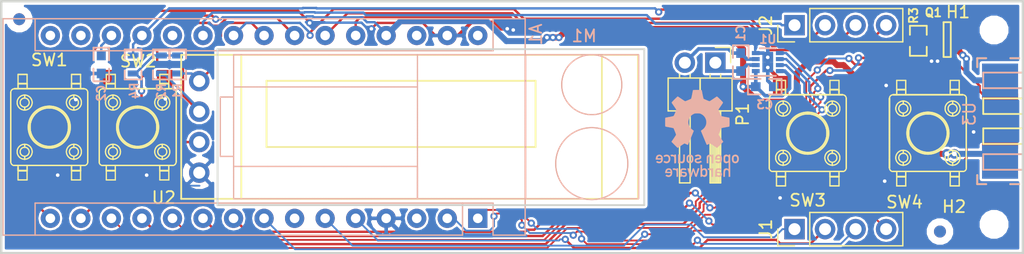
<source format=kicad_pcb>
(kicad_pcb (version 20170123) (host pcbnew no-vcs-found)
  (title_block (title "3Dsimo Kit") (date 2018-05-16) (rev 101A))
  (layers (0 F.Cu signal hide) (31 B.Cu signal hide) (34 B.Paste user hide) (35 F.Paste user hide) (36 B.SilkS user hide) (37 F.SilkS user hide) (38 B.Mask user) (39 F.Mask user hide) (44 Edge.Cuts user))
  (net 0 "")
  (net 1 VCC)
  (net 2 "Net-(A1-Pad24)")
  (net 3 "Net-(A1-Pad23)")
  (net 4 /NTC)
  (net 5 GND)
  (net 6 /PWR_OUTPUT)
  (net 7 "Net-(C1-Pad1)")
  (net 8 "Net-(C1-Pad2)")
  (net 9 "Net-(A1-Pad18)")
  (net 10 "Net-(Q1-Pad3)")
  (net 11 "Net-(A1-Pad20)")
  (net 12 "Net-(A1-Pad21)")
  (net 13 "Net-(A1-Pad22)")
  (net 14 "Net-(A1-Pad25)")
  (net 15 "Net-(A1-Pad26)")
  (net 16 "Net-(A1-Pad2)")
  (net 17 "Net-(A1-Pad1)")
  (net 18 "Net-(A1-Pad5)")
  (net 19 "Net-(A1-Pad6)")
  (net 20 "Net-(A1-Pad7)")
  (net 21 "Net-(A1-Pad17)")
  (net 22 "Net-(A1-Pad3)")
  (net 23 /BTN_DOWN)
  (net 24 /BTN_UP)
  (net 25 /BTN_REVERSE)
  (net 26 /BTN_EXTRUSION)
  (net 27 "Net-(A1-Pad28)")
  (net 28 /MOTOR_PWM)
  (net 29 /MOTOR_DIR)
  (net 30 "Net-(A1-Pad30)")
  (net 31 /MOTOR_SLEEP)
  (net 32 "Net-(A1-Pad16)")
  (module Logo:OpenHW_6_9x7_3mm (layer B.Cu) (at 123.55 61.2 180)
    (fp_text reference X1 hide)
    (fp_text value OSHW hide)
  )
  (module Pin_Headers:Pin_Header_Angled_1x02_Pitch2.54mm (layer F.Cu) (at 125.04 55.3 270)
    (fp_text reference P1 (at 4.315 -2.27 270) (layer F.SilkS))
    (fp_text value "PinHeader 2.54mm")
    (pad 2 thru_hole oval (at 0 2.54 270) (size 1.7 1.7) (drill 1) (layers *.Cu *.Mask) (net 7 "Net-(C1-Pad1)"))
    (pad 1 thru_hole rect (at 0 0 270) (size 1.7 1.7) (drill 1) (layers *.Cu *.Mask) (net 8 "Net-(C1-Pad2)"))
  )
  (module Modules:Arduino_Nano (layer B.Cu) (at 105.275 68.275 90)
    (fp_text reference A1 (at 15.325 4.825 90) (layer B.SilkS) (effects (justify mirror)))
    (fp_text value Arduino_Nano_v3.x)
    (pad 16 thru_hole oval (at 15.24 -35.56 90) (size 1.6 1.6) (drill 0.8) (layers *.Cu *.Mask) (net 32 "Net-(A1-Pad16)"))
    (pad 15 thru_hole oval (at 0 -35.56 90) (size 1.6 1.6) (drill 0.8) (layers *.Cu *.Mask) (net 23 /BTN_DOWN))
    (pad 30 thru_hole oval (at 15.24 0 90) (size 1.6 1.6) (drill 0.8) (layers *.Cu *.Mask) (net 30 "Net-(A1-Pad30)"))
    (pad 14 thru_hole oval (at 0 -33.02 90) (size 1.6 1.6) (drill 0.8) (layers *.Cu *.Mask) (net 24 /BTN_UP))
    (pad 29 thru_hole oval (at 15.24 -2.54 90) (size 1.6 1.6) (drill 0.8) (layers *.Cu *.Mask) (net 5 GND))
    (pad 13 thru_hole oval (at 0 -30.48 90) (size 1.6 1.6) (drill 0.8) (layers *.Cu *.Mask) (net 28 /MOTOR_PWM))
    (pad 28 thru_hole oval (at 15.24 -5.08 90) (size 1.6 1.6) (drill 0.8) (layers *.Cu *.Mask) (net 27 "Net-(A1-Pad28)"))
    (pad 12 thru_hole oval (at 0 -27.94 90) (size 1.6 1.6) (drill 0.8) (layers *.Cu *.Mask) (net 6 /PWR_OUTPUT))
    (pad 27 thru_hole oval (at 15.24 -7.62 90) (size 1.6 1.6) (drill 0.8) (layers *.Cu *.Mask) (net 1 VCC))
    (pad 11 thru_hole oval (at 0 -25.4 90) (size 1.6 1.6) (drill 0.8) (layers *.Cu *.Mask) (net 26 /BTN_EXTRUSION))
    (pad 26 thru_hole oval (at 15.24 -10.16 90) (size 1.6 1.6) (drill 0.8) (layers *.Cu *.Mask) (net 15 "Net-(A1-Pad26)"))
    (pad 10 thru_hole oval (at 0 -22.86 90) (size 1.6 1.6) (drill 0.8) (layers *.Cu *.Mask) (net 25 /BTN_REVERSE))
    (pad 25 thru_hole oval (at 15.24 -12.7 90) (size 1.6 1.6) (drill 0.8) (layers *.Cu *.Mask) (net 14 "Net-(A1-Pad25)"))
    (pad 9 thru_hole oval (at 0 -20.32 90) (size 1.6 1.6) (drill 0.8) (layers *.Cu *.Mask) (net 29 /MOTOR_DIR))
    (pad 24 thru_hole oval (at 15.24 -15.24 90) (size 1.6 1.6) (drill 0.8) (layers *.Cu *.Mask) (net 2 "Net-(A1-Pad24)"))
    (pad 8 thru_hole oval (at 0 -17.78 90) (size 1.6 1.6) (drill 0.8) (layers *.Cu *.Mask) (net 31 /MOTOR_SLEEP))
    (pad 23 thru_hole oval (at 15.24 -17.78 90) (size 1.6 1.6) (drill 0.8) (layers *.Cu *.Mask) (net 3 "Net-(A1-Pad23)"))
    (pad 7 thru_hole oval (at 0 -15.24 90) (size 1.6 1.6) (drill 0.8) (layers *.Cu *.Mask) (net 20 "Net-(A1-Pad7)"))
    (pad 22 thru_hole oval (at 15.24 -20.32 90) (size 1.6 1.6) (drill 0.8) (layers *.Cu *.Mask) (net 13 "Net-(A1-Pad22)"))
    (pad 6 thru_hole oval (at 0 -12.7 90) (size 1.6 1.6) (drill 0.8) (layers *.Cu *.Mask) (net 19 "Net-(A1-Pad6)"))
    (pad 21 thru_hole oval (at 15.24 -22.86 90) (size 1.6 1.6) (drill 0.8) (layers *.Cu *.Mask) (net 12 "Net-(A1-Pad21)"))
    (pad 5 thru_hole oval (at 0 -10.16 90) (size 1.6 1.6) (drill 0.8) (layers *.Cu *.Mask) (net 18 "Net-(A1-Pad5)"))
    (pad 20 thru_hole oval (at 15.24 -25.4 90) (size 1.6 1.6) (drill 0.8) (layers *.Cu *.Mask) (net 11 "Net-(A1-Pad20)"))
    (pad 4 thru_hole oval (at 0 -7.62 90) (size 1.6 1.6) (drill 0.8) (layers *.Cu *.Mask) (net 5 GND))
    (pad 19 thru_hole oval (at 15.24 -27.94 90) (size 1.6 1.6) (drill 0.8) (layers *.Cu *.Mask) (net 4 /NTC))
    (pad 3 thru_hole oval (at 0 -5.08 90) (size 1.6 1.6) (drill 0.8) (layers *.Cu *.Mask) (net 22 "Net-(A1-Pad3)"))
    (pad 18 thru_hole oval (at 15.24 -30.48 90) (size 1.6 1.6) (drill 0.8) (layers *.Cu *.Mask) (net 9 "Net-(A1-Pad18)"))
    (pad 2 thru_hole oval (at 0 -2.54 90) (size 1.6 1.6) (drill 0.8) (layers *.Cu *.Mask) (net 16 "Net-(A1-Pad2)"))
    (pad 17 thru_hole oval (at 15.24 -33.02 90) (size 1.6 1.6) (drill 0.8) (layers *.Cu *.Mask) (net 21 "Net-(A1-Pad17)"))
    (pad 1 thru_hole rect (at 0 0 90) (size 1.6 1.6) (drill 0.8) (layers *.Cu *.Mask) (net 17 "Net-(A1-Pad1)"))
  )
  (module passive:C_0603 (layer B.Cu) (at 129.15 57.3)
    (fp_text reference C3 (at 0 1.5) (layer B.SilkS) (effects (font (size 0.7 0.7)) (justify mirror)))
    (fp_text value 1u/6.3V)
    (pad 1 smd rect (at -0.75 0) (size 0.8 0.75) (layers B.Cu B.Paste B.Mask) (net 1 VCC))
    (pad 2 smd rect (at 0.75 0) (size 0.8 0.75) (layers B.Cu B.Paste B.Mask) (net 5 GND))
  )
  (module Fiducials:AssemblyMark_1.0mm (layer F.Cu) (at 67.125 51.675)
    (fp_text reference J4)
    (fp_text value FiducialMark hide)
    (pad 1 smd circle (at 0 0) (size 1 1) (layers F.Cu F.Mask))
  )
  (module Fiducials:AssemblyMark_1.0mm (layer F.Cu) (at 143.725 69.375)
    (fp_text reference J5)
    (fp_text value FiducialMark hide)
    (pad 1 smd circle (at 0 0) (size 1 1) (layers F.Cu F.Mask))
  )
  (module Fiducials:AssemblyMark_1.0mm (layer B.Cu) (at 67.125 51.675)
    (fp_text reference J6 hide)
    (fp_text value FiducialMark hide)
    (pad 1 smd circle (at 0 0) (size 1 1) (layers B.Cu B.Mask) (clearance 0.6))
  )
  (module Fiducials:AssemblyMark_1.0mm (layer B.Cu) (at 143.725 69.375)
    (fp_text reference J3 hide)
    (fp_text value FiducialMark hide)
    (pad 1 smd circle (at 0 0) (size 1 1) (layers B.Cu B.Mask) (clearance 0.6))
  )
  (module Mounting_Holes:MountingHole_2.0mm (layer F.Cu) (at 148.225 68.775)
    (fp_text reference H2 (at -3.325 -1.475) (layer F.SilkS))
    (fp_text value HOLE)
    (pad "" np_thru_hole circle (at 0 0) (size 2 2) (drill 2) (layers *.Cu *.Mask))
  )
  (module Mounting_Holes:MountingHole_2.0mm (layer F.Cu) (at 148.225 52.575)
    (fp_text reference H1 (at -3 -1.5) (layer F.SilkS))
    (fp_text value HOLE)
    (pad "" np_thru_hole circle (at 0 0) (size 2 2) (drill 2) (layers *.Cu *.Mask))
  )
  (module Pin_Headers:Pin_Header_Straight_1x04_Pitch2.54mm (layer F.Cu) (at 131.625 69.175 90)
    (fp_text reference J1 (at 0 -2.39 90) (layer F.SilkS))
    (fp_text value CONN_01X04)
    (pad 4 thru_hole oval (at 0 7.62 90) (size 1.7 1.7) (drill 1) (layers *.Cu *.Mask) (net 16 "Net-(A1-Pad2)"))
    (pad 3 thru_hole oval (at 0 5.08 90) (size 1.7 1.7) (drill 1) (layers *.Cu *.Mask) (net 17 "Net-(A1-Pad1)"))
    (pad 2 thru_hole oval (at 0 2.54 90) (size 1.7 1.7) (drill 1) (layers *.Cu *.Mask) (net 18 "Net-(A1-Pad5)"))
    (pad 1 thru_hole rect (at 0 0 90) (size 1.7 1.7) (drill 1) (layers *.Cu *.Mask) (net 19 "Net-(A1-Pad6)"))
  )
  (module Pin_Headers:Pin_Header_Straight_1x04_Pitch2.54mm (layer F.Cu) (at 131.625 52.175 90)
    (fp_text reference J2 (at 0 -2.39 90) (layer F.SilkS))
    (fp_text value CONN_01X04)
    (pad 1 thru_hole rect (at 0 0 90) (size 1.7 1.7) (drill 1) (layers *.Cu *.Mask) (net 12 "Net-(A1-Pad21)"))
    (pad 2 thru_hole oval (at 0 2.54 90) (size 1.7 1.7) (drill 1) (layers *.Cu *.Mask) (net 13 "Net-(A1-Pad22)"))
    (pad 3 thru_hole oval (at 0 5.08 90) (size 1.7 1.7) (drill 1) (layers *.Cu *.Mask) (net 14 "Net-(A1-Pad25)"))
    (pad 4 thru_hole oval (at 0 7.62 90) (size 1.7 1.7) (drill 1) (layers *.Cu *.Mask) (net 15 "Net-(A1-Pad26)"))
  )
  (module others:MotorWithTransmission (layer B.Cu) (at 101.275 60.675 90)
    (fp_text reference M1 (at 7.6 12.85 180) (layer B.SilkS) (effects (justify mirror)))
    (fp_text value Motor)
  )
  (module Displays:OLED_MODULE_128x32_IIC (layer F.Cu) (at 98.6 60.65)
    (fp_text reference U2 (at -19.45 5.9) (layer F.SilkS))
    (fp_text value OLED_128x32_MODULE)
    (pad 4 thru_hole circle (at -16.5 3.82) (size 1.7 1.7) (drill 1) (layers *.Cu *.Mask) (net 5 GND))
    (pad 3 thru_hole circle (at -16.5 1.27) (size 1.7 1.7) (drill 1) (layers *.Cu *.Mask) (net 1 VCC))
    (pad 2 thru_hole circle (at -16.5 -1.27) (size 1.7 1.7) (drill 1) (layers *.Cu *.Mask) (net 2 "Net-(A1-Pad24)"))
    (pad 1 thru_hole circle (at -16.5 -3.81) (size 1.7 1.7) (drill 1) (layers *.Cu *.Mask) (net 3 "Net-(A1-Pad23)"))
  )
  (module Buttons_Switches_SMD:TACTM-64N-F (layer F.Cu) (at 142.725 61.175)
    (fp_text reference SW4 (at -1.95 5.75) (layer F.SilkS))
    (fp_text value TACTM-64N-F)
    (pad 2 smd rect (at 2.25 4 90) (size 1.55 1.3) (layers F.Cu F.Paste F.Mask) (net 26 /BTN_EXTRUSION))
    (pad 1 smd rect (at -2.25 4 90) (size 1.55 1.3) (layers F.Cu F.Paste F.Mask) (net 5 GND))
    (pad 2 smd rect (at 2.25 -4 90) (size 1.55 1.3) (layers F.Cu F.Paste F.Mask) (net 26 /BTN_EXTRUSION))
    (pad 1 smd rect (at -2.25 -4 90) (size 1.55 1.3) (layers F.Cu F.Paste F.Mask) (net 5 GND))
  )
  (module Buttons_Switches_SMD:TACTM-64N-F (layer F.Cu) (at 132.725 61.175)
    (fp_text reference SW3 (at 0 5.6) (layer F.SilkS))
    (fp_text value TACTM-64N-F)
    (pad 2 smd rect (at 2.25 4 90) (size 1.55 1.3) (layers F.Cu F.Paste F.Mask) (net 25 /BTN_REVERSE))
    (pad 1 smd rect (at -2.25 4 90) (size 1.55 1.3) (layers F.Cu F.Paste F.Mask) (net 5 GND))
    (pad 2 smd rect (at 2.25 -4 90) (size 1.55 1.3) (layers F.Cu F.Paste F.Mask) (net 25 /BTN_REVERSE))
    (pad 1 smd rect (at -2.25 -4 90) (size 1.55 1.3) (layers F.Cu F.Paste F.Mask) (net 5 GND))
  )
  (module Buttons_Switches_SMD:TACTM-64N-F (layer F.Cu) (at 76.975 60.675 180)
    (fp_text reference SW2 (at -0.05 5.5 180) (layer F.SilkS))
    (fp_text value TACTM-64N-F)
    (pad 2 smd rect (at 2.25 4 270) (size 1.55 1.3) (layers F.Cu F.Paste F.Mask) (net 24 /BTN_UP))
    (pad 1 smd rect (at -2.25 4 270) (size 1.55 1.3) (layers F.Cu F.Paste F.Mask) (net 5 GND))
    (pad 2 smd rect (at 2.25 -4 270) (size 1.55 1.3) (layers F.Cu F.Paste F.Mask) (net 24 /BTN_UP))
    (pad 1 smd rect (at -2.25 -4 270) (size 1.55 1.3) (layers F.Cu F.Paste F.Mask) (net 5 GND))
  )
  (module Buttons_Switches_SMD:TACTM-64N-F (layer F.Cu) (at 69.625 60.675 180)
    (fp_text reference SW1 (at 0 5.6 180) (layer F.SilkS))
    (fp_text value TACTM-64N-F)
    (pad 2 smd rect (at 2.25 4 270) (size 1.55 1.3) (layers F.Cu F.Paste F.Mask) (net 23 /BTN_DOWN))
    (pad 1 smd rect (at -2.25 4 270) (size 1.55 1.3) (layers F.Cu F.Paste F.Mask) (net 5 GND))
    (pad 2 smd rect (at 2.25 -4 270) (size 1.55 1.3) (layers F.Cu F.Paste F.Mask) (net 23 /BTN_DOWN))
    (pad 1 smd rect (at -2.25 -4 270) (size 1.55 1.3) (layers F.Cu F.Paste F.Mask) (net 5 GND))
  )
  (module Housings_DFN_QFN:VDFN-8-1EP_2x2mm_Pitch0.5mm (layer B.Cu) (at 129.4 55.25)
    (fp_text reference U1 (at 0 -1.9) (layer B.SilkS) (effects (font (size 0.7 0.7)) (justify mirror)))
    (fp_text value DRV8837)
    (pad 9 smd rect (at 0 0.425) (size 0.9 0.85) (layers B.Cu B.Paste B.Mask) (net 5 GND))
    (pad 9 smd rect (at 0 -0.425) (size 0.9 0.85) (layers B.Cu B.Paste B.Mask) (net 5 GND))
    (pad 8 smd rect (at 1 0.75) (size 0.65 0.35) (layers B.Cu B.Paste B.Mask) (net 1 VCC))
    (pad 7 smd rect (at 1 0.25) (size 0.65 0.35) (layers B.Cu B.Paste B.Mask) (net 31 /MOTOR_SLEEP))
    (pad 6 smd rect (at 1 -0.25) (size 0.65 0.35) (layers B.Cu B.Paste B.Mask) (net 29 /MOTOR_DIR))
    (pad 5 smd rect (at 1 -0.75) (size 0.65 0.35) (layers B.Cu B.Paste B.Mask) (net 28 /MOTOR_PWM))
    (pad 4 smd rect (at -1 -0.75) (size 0.65 0.35) (layers B.Cu B.Paste B.Mask) (net 5 GND))
    (pad 3 smd rect (at -1 -0.25) (size 0.65 0.35) (layers B.Cu B.Paste B.Mask) (net 7 "Net-(C1-Pad1)"))
    (pad 2 smd rect (at -1 0.25) (size 0.65 0.35) (layers B.Cu B.Paste B.Mask) (net 8 "Net-(C1-Pad2)"))
    (pad 1 smd rect (at -1 0.75) (size 0.65 0.35) (layers B.Cu B.Paste B.Mask) (net 1 VCC))
  )
  (module TO_SOT_Packages_SMD:SOT-23 (layer F.Cu) (at 144.325 53.375 270)
    (fp_text reference Q1 (at -2.25 1.15 180) (layer F.SilkS) (effects (font (size 0.7 0.7))))
    (fp_text value IRLML0030)
    (pad 3 smd rect (at 0 -1 270) (size 0.8 0.9) (layers F.Cu F.Paste F.Mask) (net 10 "Net-(Q1-Pad3)"))
    (pad 2 smd rect (at 0.95 1 270) (size 0.8 0.9) (layers F.Cu F.Paste F.Mask) (net 5 GND))
    (pad 1 smd rect (at -0.95 1 270) (size 0.8 0.9) (layers F.Cu F.Paste F.Mask) (net 6 /PWR_OUTPUT))
  )
  (module others:HOLDER_TIP_NTC_CN (layer B.Cu) (at 148.3 60.875)
    (fp_text reference U3 (at -2.125 -1.3 -90) (layer B.SilkS) (effects (justify mirror)))
    (fp_text value TIP_with_NTC)
    (pad 3 smd rect (at 0.425 -1.95) (size 3 2.1) (layers F.Cu F.Mask) (net 4 /NTC))
    (pad 2 smd rect (at 0.425 0.55) (size 3 2.1) (layers F.Cu F.Mask) (net 5 GND))
    (pad 4 smd rect (at 0.425 -4.1) (size 3 2.8) (layers B.Cu B.Mask) (net 10 "Net-(Q1-Pad3)"))
    (pad 1 smd rect (at 0.425 2.7) (size 3 2.8) (layers B.Cu B.Mask) (net 1 VCC))
  )
  (module passive:C_0603 (layer B.Cu) (at 73.95 55.45 90)
    (fp_text reference C2 (at -2.4 0 90) (layer B.SilkS) (effects (font (size 0.7 0.7)) (justify mirror)))
    (fp_text value C-100n/50V)
    (pad 2 smd rect (at 0.75 0 90) (size 0.8 0.75) (layers B.Cu B.Paste B.Mask) (net 9 "Net-(A1-Pad18)"))
    (pad 1 smd rect (at -0.75 0 90) (size 0.8 0.75) (layers B.Cu B.Paste B.Mask) (net 5 GND))
  )
  (module passive:C_0603 (layer B.Cu) (at 127.15 55.25 270)
    (fp_text reference C1 (at -2.4 0 270) (layer B.SilkS) (effects (font (size 0.7 0.7)) (justify mirror)))
    (fp_text value C-100n/50V)
    (pad 2 smd rect (at 0.75 0 270) (size 0.8 0.75) (layers B.Cu B.Paste B.Mask) (net 8 "Net-(C1-Pad2)"))
    (pad 1 smd rect (at -0.75 0 270) (size 0.8 0.75) (layers B.Cu B.Paste B.Mask) (net 7 "Net-(C1-Pad1)"))
  )
  (module passive:R_0603 (layer F.Cu) (at 141.925 53.475 270)
    (fp_text reference R3 (at -2.1 0.4 270) (layer F.SilkS) (effects (font (size 0.7 0.7))))
    (fp_text value 100k)
    (pad 2 smd rect (at 0.75 0 270) (size 0.5 0.9) (layers F.Cu F.Paste F.Mask) (net 5 GND))
    (pad 1 smd rect (at -0.75 0 270) (size 0.5 0.9) (layers F.Cu F.Paste F.Mask) (net 6 /PWR_OUTPUT))
  )
  (module passive:R_0603 (layer B.Cu) (at 76.6 55.45 90)
    (fp_text reference R4 (at -2.2 0.1 90) (layer B.SilkS) (effects (font (size 0.7 0.7)) (justify mirror)))
    (fp_text value 100R)
    (pad 2 smd rect (at 0.75 0 90) (size 0.5 0.9) (layers B.Cu B.Paste B.Mask) (net 4 /NTC))
    (pad 1 smd rect (at -0.75 0 90) (size 0.5 0.9) (layers B.Cu B.Paste B.Mask) (net 1 VCC))
  )
  (module passive:R_0603 (layer B.Cu) (at 80.3 55.45 270)
    (fp_text reference R1 (at 2.25 0 270) (layer B.SilkS) (effects (font (size 0.7 0.7)) (justify mirror)))
    (fp_text value 4.7k)
    (pad 2 smd rect (at 0.75 0 270) (size 0.5 0.9) (layers B.Cu B.Paste B.Mask) (net 3 "Net-(A1-Pad23)"))
    (pad 1 smd rect (at -0.75 0 270) (size 0.5 0.9) (layers B.Cu B.Paste B.Mask) (net 1 VCC))
  )
  (module passive:R_0603 (layer B.Cu) (at 78.95 55.45 270)
    (fp_text reference R2 (at 2.25 0 270) (layer B.SilkS) (effects (font (size 0.7 0.7)) (justify mirror)))
    (fp_text value 4.7k)
    (pad 2 smd rect (at 0.75 0 270) (size 0.5 0.9) (layers B.Cu B.Paste B.Mask) (net 2 "Net-(A1-Pad24)"))
    (pad 1 smd rect (at -0.75 0 270) (size 0.5 0.9) (layers B.Cu B.Paste B.Mask) (net 1 VCC))
  )
  (gr_line (start 83.625 67.175) (end 83.625 67.175) (layer Edge.Cuts) (width 0.15))
  (gr_line (start 119.125 67.175) (end 83.625 67.175) (layer Edge.Cuts) (width 0.15))
  (gr_line (start 119.125 54.175) (end 119.125 67.175) (layer Edge.Cuts) (width 0.15))
  (gr_line (start 83.625 54.175) (end 119.125035 54.175) (layer Edge.Cuts) (width 0.15))
  (gr_line (start 83.625 67.175) (end 83.625 54.175) (layer Edge.Cuts) (width 0.15))
  (gr_line (start 65.625 50.175) (end 65.625 71.175) (layer Edge.Cuts) (width 0.2))
  (gr_line (start 150.625 50.175) (end 65.625 50.175) (layer Edge.Cuts) (width 0.2))
  (gr_line (start 150.625 71.175) (end 150.625 50.175) (layer Edge.Cuts) (width 0.2))
  (gr_line (start 65.625 71.175) (end 150.625 71.175) (layer Edge.Cuts) (width 0.2))
  (segment (start 130.4 56) (end 130.811705 56) (width 0.3) (layer B.Cu) (net 1))
  (segment (start 130.811705 56) (end 131.211547 56.399842) (width 0.3) (layer B.Cu) (net 1))
  (segment (start 131.211547 56.399842) (end 131.211547 57.438453) (width 0.3) (layer B.Cu) (net 1))
  (segment (start 131.211547 57.438453) (end 130.6 58.05) (width 0.3) (layer B.Cu) (net 1))
  (segment (start 130.6 58.05) (end 129.175 58.05) (width 0.3) (layer B.Cu) (net 1))
  (segment (start 128.425 57.3) (end 128.4 57.3) (width 0.3) (layer B.Cu) (net 1))
  (segment (start 129.175 58.05) (end 128.425 57.3) (width 0.3) (layer B.Cu) (net 1))
  (segment (start 127.35 57.3) (end 128.6 58.55) (width 0.5) (layer F.Cu) (net 1))
  (segment (start 143.1 62.9) (end 143.734315 62.9) (width 0.5) (layer F.Cu) (net 1))
  (segment (start 128.6 58.55) (end 131.3 58.55) (width 0.5) (layer F.Cu) (net 1))
  (segment (start 131.3 58.55) (end 131.824989 58.025011) (width 0.5) (layer F.Cu) (net 1))
  (segment (start 131.824989 58.025011) (end 131.824989 56.160351) (width 0.5) (layer F.Cu) (net 1))
  (segment (start 131.824989 56.160351) (end 132.78534 55.2) (width 0.5) (layer F.Cu) (net 1))
  (segment (start 132.78534 55.2) (end 134.856299 55.2) (width 0.5) (layer F.Cu) (net 1))
  (segment (start 134.856299 55.2) (end 135.156302 55.500003) (width 0.5) (layer F.Cu) (net 1))
  (segment (start 135.156302 55.500003) (end 135.700004 55.500003) (width 0.5) (layer F.Cu) (net 1))
  (segment (start 135.700004 55.500003) (end 143.1 62.9) (width 0.5) (layer F.Cu) (net 1))
  (segment (start 143.734315 62.9) (end 144.3 62.9) (width 0.5) (layer F.Cu) (net 1))
  (segment (start 112.025 53.19999) (end 112.350001 52.874989) (width 0.5) (layer F.Cu) (net 1))
  (segment (start 112.350001 52.874989) (end 126.047359 52.874989) (width 0.5) (layer F.Cu) (net 1))
  (segment (start 126.047359 52.874989) (end 127.35 54.17763) (width 0.5) (layer F.Cu) (net 1))
  (segment (start 127.35 54.17763) (end 127.35 56.875736) (width 0.5) (layer F.Cu) (net 1))
  (segment (start 127.35 56.875736) (end 127.35 57.3) (width 0.5) (layer F.Cu) (net 1))
  (segment (start 83.470816 51.675021) (end 83.170817 51.375022) (width 0.2) (layer F.Cu) (net 1))
  (segment (start 83.170817 51.375022) (end 79.624978 51.375022) (width 0.2) (layer F.Cu) (net 1))
  (segment (start 79.624978 51.375022) (end 78.6 52.4) (width 0.2) (layer F.Cu) (net 1))
  (segment (start 78.6 52.4) (end 78.6 55.225736) (width 0.2) (layer F.Cu) (net 1))
  (segment (start 78.6 55.225736) (end 77.3 56.525736) (width 0.2) (layer F.Cu) (net 1))
  (segment (start 77.3 56.525736) (end 77.3 57.225736) (width 0.2) (layer F.Cu) (net 1))
  (segment (start 77.3 57.225736) (end 77.3 57.65) (width 0.2) (layer F.Cu) (net 1))
  (segment (start 77.3 57.65) (end 77.3 59.5) (width 0.2) (layer F.Cu) (net 1))
  (segment (start 77.3 59.5) (end 79.72 61.92) (width 0.2) (layer F.Cu) (net 1))
  (segment (start 79.72 61.92) (end 82.1 61.92) (width 0.2) (layer F.Cu) (net 1))
  (segment (start 128.4 57.3) (end 127.35 57.3) (width 0.3) (layer B.Cu) (net 1))
  (via (at 127.35 57.3) (size 0.6) (drill 0.3) (layers F.Cu B.Cu) (net 1))
  (segment (start 128.4 56) (end 128.4 57.3) (width 0.3) (layer B.Cu) (net 1))
  (segment (start 110.725001 53.499989) (end 111.025 53.19999) (width 0.5) (layer B.Cu) (net 1))
  (segment (start 105.984999 51.834999) (end 107.649989 53.499989) (width 0.5) (layer B.Cu) (net 1))
  (segment (start 111.525 53.19999) (end 112.025 53.19999) (width 0.5) (layer F.Cu) (net 1))
  (via (at 111.525 53.19999) (size 0.6) (drill 0.3) (layers F.Cu B.Cu) (net 1))
  (via (at 111.025 53.19999) (size 0.6) (drill 0.3) (layers F.Cu B.Cu) (net 1))
  (via (at 112.025 53.19999) (size 0.6) (drill 0.3) (layers F.Cu B.Cu) (net 1))
  (segment (start 111.025 53.19999) (end 111.525 53.19999) (width 0.5) (layer B.Cu) (net 1))
  (segment (start 98.855001 51.834999) (end 105.984999 51.834999) (width 0.5) (layer B.Cu) (net 1))
  (segment (start 111.025 53.19999) (end 111.525 53.19999) (width 0.5) (layer F.Cu) (net 1))
  (segment (start 97.655 53.035) (end 98.855001 51.834999) (width 0.5) (layer B.Cu) (net 1))
  (segment (start 107.649989 53.499989) (end 110.725001 53.499989) (width 0.5) (layer B.Cu) (net 1))
  (segment (start 77.3 57.225736) (end 77.3 57.65) (width 0.2) (layer B.Cu) (net 1))
  (segment (start 77.3 56.7) (end 77.3 57.225736) (width 0.2) (layer B.Cu) (net 1))
  (via (at 77.3 57.65) (size 0.6) (drill 0.3) (layers F.Cu B.Cu) (net 1))
  (segment (start 76.8 56.2) (end 77.3 56.7) (width 0.2) (layer B.Cu) (net 1))
  (segment (start 76.6 56.2) (end 76.8 56.2) (width 0.2) (layer B.Cu) (net 1))
  (segment (start 78.95 54.7) (end 78.3 54.7) (width 0.2) (layer B.Cu) (net 1))
  (segment (start 78.3 54.7) (end 76.8 56.2) (width 0.2) (layer B.Cu) (net 1))
  (segment (start 80.3 54.7) (end 78.95 54.7) (width 0.2) (layer B.Cu) (net 1))
  (segment (start 91.551697 51.440469) (end 91.023693 51.440469) (width 0.2) (layer B.Cu) (net 1))
  (segment (start 84.048211 51.52189) (end 83.89508 51.675021) (width 0.2) (layer B.Cu) (net 1))
  (segment (start 91.023693 51.440469) (end 90.942272 51.52189) (width 0.2) (layer B.Cu) (net 1))
  (segment (start 96.053991 51.924999) (end 95.650882 51.52189) (width 0.2) (layer B.Cu) (net 1))
  (segment (start 97.655 53.035) (end 97.655 52.890998) (width 0.2) (layer B.Cu) (net 1))
  (segment (start 96.689001 51.924999) (end 96.053991 51.924999) (width 0.2) (layer B.Cu) (net 1))
  (segment (start 97.655 52.890998) (end 96.689001 51.924999) (width 0.2) (layer B.Cu) (net 1))
  (segment (start 95.650882 51.52189) (end 91.633118 51.52189) (width 0.2) (layer B.Cu) (net 1))
  (segment (start 90.942272 51.52189) (end 84.048211 51.52189) (width 0.2) (layer B.Cu) (net 1))
  (segment (start 83.89508 51.675021) (end 83.470816 51.675021) (width 0.2) (layer B.Cu) (net 1))
  (segment (start 91.633118 51.52189) (end 91.551697 51.440469) (width 0.2) (layer B.Cu) (net 1))
  (via (at 83.470816 51.675021) (size 0.6) (drill 0.3) (layers F.Cu B.Cu) (net 1))
  (segment (start 144.3 62.9) (end 144.925 62.9) (width 0.5) (layer F.Cu) (net 1))
  (segment (start 144.925 62.9) (end 144.3 62.9) (width 0.5) (layer B.Cu) (net 1))
  (via (at 144.3 62.9) (size 0.8) (drill 0.4) (layers F.Cu B.Cu) (net 1))
  (segment (start 144.925 62.9) (end 148.05 62.9) (width 0.5) (layer B.Cu) (net 1))
  (segment (start 148.05 62.9) (end 148.725 63.575) (width 0.5) (layer B.Cu) (net 1))
  (via (at 144.925 62.9) (size 0.8) (drill 0.4) (layers F.Cu B.Cu) (net 1))
  (segment (start 90.035 53.035) (end 88.575 51.575) (width 0.2) (layer F.Cu) (net 2))
  (segment (start 88.575 51.575) (end 84.384839 51.575) (width 0.2) (layer F.Cu) (net 2))
  (segment (start 84.384839 51.575) (end 83.734817 52.225022) (width 0.2) (layer F.Cu) (net 2))
  (segment (start 83.734817 52.225022) (end 83.206815 52.225022) (width 0.2) (layer F.Cu) (net 2))
  (segment (start 83.206815 52.225022) (end 82.966792 51.984999) (width 0.2) (layer F.Cu) (net 2))
  (segment (start 81.765001 51.984999) (end 81.15 52.6) (width 0.2) (layer F.Cu) (net 2))
  (segment (start 82.966792 51.984999) (end 81.765001 51.984999) (width 0.2) (layer F.Cu) (net 2))
  (segment (start 81.15 52.6) (end 81.15 55.25) (width 0.2) (layer F.Cu) (net 2))
  (segment (start 78.95 56.2) (end 79.15 56.2) (width 0.2) (layer B.Cu) (net 2))
  (segment (start 79.15 56.2) (end 82.1 59.15) (width 0.2) (layer B.Cu) (net 2))
  (segment (start 82.1 59.15) (end 82.1 59.38) (width 0.2) (layer B.Cu) (net 2))
  (segment (start 81.15 55.25) (end 80.75 55.65) (width 0.2) (layer F.Cu) (net 2))
  (segment (start 80.75 55.65) (end 80.75 58.03) (width 0.2) (layer F.Cu) (net 2))
  (segment (start 80.75 58.03) (end 82.1 59.38) (width 0.2) (layer F.Cu) (net 2))
  (segment (start 87.495 53.035) (end 86.444999 51.984999) (width 0.2) (layer F.Cu) (net 3))
  (segment (start 86.444999 51.984999) (end 84.46983 51.984999) (width 0.2) (layer F.Cu) (net 3))
  (segment (start 84.46983 51.984999) (end 83.904999 52.54983) (width 0.2) (layer F.Cu) (net 3))
  (segment (start 83.904999 52.54983) (end 83.904999 53.095001) (width 0.2) (layer F.Cu) (net 3))
  (segment (start 83.904999 53.095001) (end 82.949999 54.050001) (width 0.2) (layer F.Cu) (net 3))
  (segment (start 82.949999 55.990001) (end 82.1 56.84) (width 0.2) (layer F.Cu) (net 3))
  (segment (start 82.949999 54.050001) (end 82.949999 55.990001) (width 0.2) (layer F.Cu) (net 3))
  (segment (start 80.3 56.2) (end 81.46 56.2) (width 0.2) (layer B.Cu) (net 3))
  (segment (start 81.46 56.2) (end 82.1 56.84) (width 0.2) (layer B.Cu) (net 3))
  (segment (start 76.6 54.7) (end 76.6 53.77) (width 0.2) (layer B.Cu) (net 4))
  (segment (start 76.6 53.77) (end 77.335 53.035) (width 0.2) (layer B.Cu) (net 4))
  (segment (start 120.325 51.075) (end 120.525 50.875) (width 0.2) (layer F.Cu) (net 4))
  (segment (start 147.025 57.675) (end 148.275 58.925) (width 0.2) (layer F.Cu) (net 4))
  (segment (start 120.525 50.875) (end 143.475 50.875) (width 0.2) (layer F.Cu) (net 4))
  (segment (start 143.475 50.875) (end 144.425 51.825) (width 0.2) (layer F.Cu) (net 4))
  (segment (start 144.425 51.825) (end 144.425 54.625) (width 0.2) (layer F.Cu) (net 4))
  (segment (start 144.425 54.625) (end 147.025 57.225) (width 0.2) (layer F.Cu) (net 4))
  (segment (start 147.025 57.225) (end 147.025 57.675) (width 0.2) (layer F.Cu) (net 4))
  (segment (start 148.275 58.925) (end 148.725 58.925) (width 0.2) (layer F.Cu) (net 4))
  (segment (start 90.733735 50.740447) (end 91.841656 50.740448) (width 0.2) (layer B.Cu) (net 4))
  (segment (start 77.335 53.035) (end 79.595 50.775) (width 0.2) (layer B.Cu) (net 4))
  (segment (start 79.595 50.775) (end 90.699181 50.775001) (width 0.2) (layer B.Cu) (net 4))
  (segment (start 90.699181 50.775001) (end 90.733735 50.740447) (width 0.2) (layer B.Cu) (net 4))
  (segment (start 120.025001 50.775001) (end 120.325 51.075) (width 0.2) (layer B.Cu) (net 4))
  (segment (start 91.841656 50.740448) (end 91.876208 50.775) (width 0.2) (layer B.Cu) (net 4))
  (segment (start 91.876208 50.775) (end 120.025001 50.775001) (width 0.2) (layer B.Cu) (net 4))
  (via (at 120.325 51.075) (size 0.6) (drill 0.3) (layers F.Cu B.Cu) (net 4))
  (segment (start 79.225 58.267168) (end 79.278916 58.321084) (width 0.2) (layer F.Cu) (net 5))
  (segment (start 79.225 56.675) (end 79.225 58.267168) (width 0.2) (layer F.Cu) (net 5))
  (segment (start 82.125 65.555) (end 78.605 65.555) (width 0.15) (layer B.Cu) (net 5))
  (segment (start 78.605 65.555) (end 77.725 64.675) (width 0.15) (layer B.Cu) (net 5))
  (segment (start 79.225 64.675) (end 77.725 64.675) (width 0.2) (layer F.Cu) (net 5))
  (segment (start 139.274996 57.175) (end 139.249996 57.2) (width 0.3) (layer F.Cu) (net 5))
  (segment (start 140.475 57.175) (end 139.274996 57.175) (width 0.3) (layer F.Cu) (net 5))
  (via (at 139.249996 57.2) (size 0.6) (drill 0.3) (layers F.Cu B.Cu) (net 5))
  (segment (start 71.875 56.675) (end 71.875 55.7) (width 0.2) (layer F.Cu) (net 5))
  (segment (start 71.875 55.7) (end 73.5 54.075) (width 0.2) (layer F.Cu) (net 5))
  (segment (start 73.5 54.075) (end 73.5 52.3) (width 0.2) (layer F.Cu) (net 5))
  (segment (start 73.5 52.3) (end 74.825 50.975) (width 0.2) (layer F.Cu) (net 5))
  (segment (start 91.314058 51.964108) (end 91.287695 51.990471) (width 0.2) (layer F.Cu) (net 5))
  (segment (start 74.825 50.975) (end 90.325 50.975) (width 0.2) (layer F.Cu) (net 5))
  (segment (start 90.325 50.975) (end 91.314058 51.964058) (width 0.2) (layer F.Cu) (net 5))
  (segment (start 91.314058 51.964058) (end 91.314058 51.964108) (width 0.2) (layer F.Cu) (net 5))
  (via (at 129.396103 54.853897) (size 0.6) (drill 0.3) (layers F.Cu B.Cu) (net 5))
  (segment (start 129.096104 54.553898) (end 129.396103 54.853897) (width 0.3) (layer B.Cu) (net 5))
  (segment (start 129.042206 54.5) (end 129.096104 54.553898) (width 0.3) (layer B.Cu) (net 5))
  (segment (start 128.4 54.5) (end 129.042206 54.5) (width 0.3) (layer B.Cu) (net 5))
  (segment (start 129.4 55.675) (end 129.4 54.857794) (width 0.3) (layer B.Cu) (net 5))
  (segment (start 129.4 54.857794) (end 129.396103 54.853897) (width 0.3) (layer B.Cu) (net 5))
  (segment (start 130.475 57.175) (end 130.475 56.775) (width 0.3) (layer F.Cu) (net 5))
  (segment (start 130.475 56.775) (end 129.4 55.7) (width 0.3) (layer F.Cu) (net 5))
  (segment (start 129.9 57.3) (end 129.4 56.8) (width 0.3) (layer B.Cu) (net 5))
  (segment (start 129.4 56.8) (end 129.4 55.7) (width 0.3) (layer B.Cu) (net 5))
  (segment (start 129.4 56.124264) (end 129.4 55.7) (width 0.3) (layer B.Cu) (net 5))
  (segment (start 129.4 55.675) (end 129.4 55.7) (width 0.3) (layer B.Cu) (net 5))
  (via (at 129.4 55.7) (size 0.6) (drill 0.3) (layers F.Cu B.Cu) (net 5))
  (segment (start 130.475 57.175) (end 130.548653 57.175) (width 0.2) (layer F.Cu) (net 5))
  (segment (start 130.611546 57.112107) (end 130.611546 56.687843) (width 0.2) (layer F.Cu) (net 5))
  (segment (start 130.548653 57.175) (end 130.611546 57.112107) (width 0.2) (layer F.Cu) (net 5))
  (via (at 79.278916 58.321084) (size 0.6) (drill 0.3) (layers F.Cu B.Cu) (net 5))
  (segment (start 141.925 54.225) (end 143.225 54.225) (width 0.3) (layer F.Cu) (net 5))
  (segment (start 143.225 54.225) (end 143.325 54.325) (width 0.3) (layer F.Cu) (net 5))
  (segment (start 148.725 61.425) (end 146.875 61.425) (width 0.3) (layer F.Cu) (net 5))
  (segment (start 146.875 61.425) (end 146.525 61.075) (width 0.3) (layer F.Cu) (net 5))
  (via (at 146.525 61.075) (size 0.6) (drill 0.3) (layers F.Cu B.Cu) (net 5))
  (segment (start 143.025 55.175) (end 143.525 55.175) (width 0.5) (layer B.Cu) (net 5))
  (via (at 143.525 55.175) (size 0.6) (drill 0.3) (layers F.Cu B.Cu) (net 5))
  (segment (start 143.325 54.325) (end 143.325 54.875) (width 0.5) (layer F.Cu) (net 5))
  (segment (start 143.325 54.875) (end 143.025 55.175) (width 0.5) (layer F.Cu) (net 5))
  (via (at 143.025 55.175) (size 0.6) (drill 0.3) (layers F.Cu B.Cu) (net 5))
  (segment (start 130.475 66.525) (end 130.425 66.575) (width 0.3) (layer F.Cu) (net 5))
  (segment (start 130.475 65.175) (end 130.475 66.525) (width 0.3) (layer F.Cu) (net 5))
  (via (at 130.425 66.575) (size 0.6) (drill 0.3) (layers F.Cu B.Cu) (net 5))
  (segment (start 106.42069 69.700012) (end 107.225 68.895702) (width 0.35) (layer B.Cu) (net 5))
  (segment (start 97.655 68.275) (end 98.854967 69.474967) (width 0.35) (layer B.Cu) (net 5))
  (segment (start 107.225 68.895702) (end 107.225 68.575) (width 0.35) (layer B.Cu) (net 5))
  (segment (start 103.904265 69.474967) (end 104.12931 69.700012) (width 0.35) (layer B.Cu) (net 5))
  (segment (start 98.854967 69.474967) (end 103.904265 69.474967) (width 0.35) (layer B.Cu) (net 5))
  (segment (start 104.12931 69.700012) (end 106.42069 69.700012) (width 0.35) (layer B.Cu) (net 5))
  (segment (start 95.598085 51.964083) (end 91.738347 51.964083) (width 0.2) (layer B.Cu) (net 5))
  (segment (start 96.109002 52.475) (end 95.598085 51.964083) (width 0.2) (layer B.Cu) (net 5))
  (segment (start 91.711959 51.990471) (end 91.287695 51.990471) (width 0.2) (layer B.Cu) (net 5))
  (segment (start 91.738347 51.964083) (end 91.711959 51.990471) (width 0.2) (layer B.Cu) (net 5))
  (segment (start 96.425 52.475) (end 96.109002 52.475) (width 0.2) (layer B.Cu) (net 5))
  (via (at 91.287695 51.990471) (size 0.6) (drill 0.3) (layers F.Cu B.Cu) (net 5))
  (segment (start 100.699001 51.984999) (end 96.915001 51.984999) (width 0.2) (layer F.Cu) (net 5))
  (via (at 96.425 52.475) (size 0.6) (drill 0.3) (layers F.Cu B.Cu) (net 5))
  (segment (start 102.735 53.035) (end 101.749002 53.035) (width 0.2) (layer F.Cu) (net 5))
  (segment (start 101.749002 53.035) (end 100.699001 51.984999) (width 0.2) (layer F.Cu) (net 5))
  (segment (start 96.915001 51.984999) (end 96.425 52.475) (width 0.2) (layer F.Cu) (net 5))
  (segment (start 108.125 52.475) (end 108.225 52.575) (width 0.3) (layer B.Cu) (net 5))
  (segment (start 107.725 52.475) (end 108.125 52.475) (width 0.3) (layer B.Cu) (net 5))
  (via (at 108.225 52.575) (size 0.6) (drill 0.3) (layers F.Cu B.Cu) (net 5))
  (segment (start 107.225 52.475) (end 107.725 52.475) (width 0.3) (layer F.Cu) (net 5))
  (segment (start 106.684999 51.934999) (end 107.225 52.475) (width 0.3) (layer F.Cu) (net 5))
  (via (at 107.725 52.475) (size 0.6) (drill 0.3) (layers F.Cu B.Cu) (net 5))
  (segment (start 103.365 53.035) (end 103.646998 53.035) (width 0.3) (layer F.Cu) (net 5))
  (segment (start 103.646998 53.035) (end 104.746999 51.934999) (width 0.3) (layer F.Cu) (net 5))
  (segment (start 104.746999 51.934999) (end 106.684999 51.934999) (width 0.3) (layer F.Cu) (net 5))
  (segment (start 102.735 53.035) (end 103.365 53.035) (width 0.3) (layer F.Cu) (net 5))
  (segment (start 71.875 56.675) (end 71.875 58.325) (width 0.2) (layer F.Cu) (net 5))
  (segment (start 71.875 58.325) (end 71.825 58.375) (width 0.2) (layer F.Cu) (net 5))
  (via (at 71.825 58.375) (size 0.6) (drill 0.3) (layers F.Cu B.Cu) (net 5))
  (via (at 77.725 64.675) (size 0.6) (drill 0.3) (layers F.Cu B.Cu) (net 5))
  (segment (start 71.875 64.675) (end 70.325 64.675) (width 0.2) (layer F.Cu) (net 5))
  (via (at 70.325 64.675) (size 0.6) (drill 0.3) (layers F.Cu B.Cu) (net 5))
  (segment (start 140.475 65.175) (end 139.125 65.175) (width 0.3) (layer F.Cu) (net 5))
  (via (at 139.125 65.175) (size 0.6) (drill 0.3) (layers F.Cu B.Cu) (net 5))
  (segment (start 132.925011 57.290349) (end 134.265372 55.949988) (width 0.2) (layer F.Cu) (net 6))
  (segment (start 122.376776 68.750031) (end 123.734438 67.392369) (width 0.2) (layer F.Cu) (net 6))
  (segment (start 124.963451 66.546183) (end 132.925011 58.584623) (width 0.2) (layer F.Cu) (net 6))
  (segment (start 134.265372 55.949988) (end 134.570283 55.949988) (width 0.2) (layer F.Cu) (net 6))
  (segment (start 132.925011 58.584623) (end 132.925011 57.290349) (width 0.2) (layer F.Cu) (net 6))
  (segment (start 112.591076 68.750031) (end 122.376776 68.750031) (width 0.2) (layer F.Cu) (net 6))
  (segment (start 110.916118 70.424989) (end 112.591076 68.750031) (width 0.2) (layer F.Cu) (net 6))
  (segment (start 77.335 68.275) (end 79.484989 70.424989) (width 0.2) (layer F.Cu) (net 6))
  (segment (start 123.734438 67.004274) (end 124.192529 66.546183) (width 0.2) (layer F.Cu) (net 6))
  (segment (start 124.192529 66.546183) (end 124.963451 66.546183) (width 0.2) (layer F.Cu) (net 6))
  (segment (start 79.484989 70.424989) (end 110.916118 70.424989) (width 0.2) (layer F.Cu) (net 6))
  (segment (start 123.734438 67.392369) (end 123.734438 67.004274) (width 0.2) (layer F.Cu) (net 6))
  (segment (start 136.324278 55.949988) (end 136.950011 55.324255) (width 0.2) (layer B.Cu) (net 6))
  (segment (start 136.950011 55.324255) (end 136.950011 54.899991) (width 0.2) (layer B.Cu) (net 6))
  (via (at 134.570283 55.949988) (size 0.6) (drill 0.3) (layers F.Cu B.Cu) (net 6))
  (segment (start 141.725 52.725) (end 139.550009 54.899991) (width 0.2) (layer F.Cu) (net 6))
  (segment (start 139.550009 54.899991) (end 137.374275 54.899991) (width 0.2) (layer F.Cu) (net 6))
  (segment (start 137.374275 54.899991) (end 136.950011 54.899991) (width 0.2) (layer F.Cu) (net 6))
  (segment (start 141.925 52.725) (end 141.725 52.725) (width 0.2) (layer F.Cu) (net 6))
  (via (at 136.950011 54.899991) (size 0.6) (drill 0.3) (layers F.Cu B.Cu) (net 6))
  (segment (start 134.570283 55.949988) (end 136.324278 55.949988) (width 0.2) (layer B.Cu) (net 6))
  (segment (start 143.325 52.425) (end 142.775 52.425) (width 0.2) (layer F.Cu) (net 6))
  (segment (start 142.775 52.425) (end 142.475 52.725) (width 0.2) (layer F.Cu) (net 6))
  (segment (start 142.475 52.725) (end 142.425 52.725) (width 0.2) (layer F.Cu) (net 6))
  (segment (start 142.425 52.725) (end 141.925 52.725) (width 0.2) (layer F.Cu) (net 6))
  (segment (start 123.650001 54.149999) (end 123.349999 54.450001) (width 0.3) (layer B.Cu) (net 7))
  (segment (start 127.15 54.5) (end 126.475 54.5) (width 0.3) (layer B.Cu) (net 7))
  (segment (start 126.475 54.5) (end 126.124999 54.149999) (width 0.3) (layer B.Cu) (net 7))
  (segment (start 126.124999 54.149999) (end 123.650001 54.149999) (width 0.3) (layer B.Cu) (net 7))
  (segment (start 123.349999 54.450001) (end 122.5 55.3) (width 0.3) (layer B.Cu) (net 7))
  (segment (start 128.4 55) (end 127.65 55) (width 0.3) (layer B.Cu) (net 7))
  (segment (start 127.65 55) (end 127.15 54.5) (width 0.3) (layer B.Cu) (net 7))
  (segment (start 127.15 56) (end 125.74 56) (width 0.3) (layer B.Cu) (net 8))
  (segment (start 125.74 56) (end 125.04 55.3) (width 0.3) (layer B.Cu) (net 8))
  (segment (start 128.4 55.5) (end 127.65 55.5) (width 0.3) (layer B.Cu) (net 8))
  (segment (start 127.65 55.5) (end 127.15 56) (width 0.3) (layer B.Cu) (net 8))
  (segment (start 74.795 53.035) (end 73.95 53.88) (width 0.2) (layer B.Cu) (net 9))
  (segment (start 73.95 53.88) (end 73.95 54.7) (width 0.2) (layer B.Cu) (net 9))
  (segment (start 148.725 56.775) (end 146.625 56.775) (width 0.5) (layer B.Cu) (net 10))
  (segment (start 146.625 56.775) (end 145.925 56.075) (width 0.5) (layer B.Cu) (net 10))
  (segment (start 145.925 56.075) (end 145.925 54.975) (width 0.5) (layer B.Cu) (net 10))
  (segment (start 145.625 54.675) (end 145.925 54.975) (width 0.5) (layer B.Cu) (net 10))
  (via (at 145.925 54.975) (size 0.6) (drill 0.3) (layers F.Cu B.Cu) (net 10))
  (segment (start 145.325 53.375) (end 145.325 54.375) (width 0.5) (layer F.Cu) (net 10))
  (segment (start 145.325 54.375) (end 145.625 54.675) (width 0.5) (layer F.Cu) (net 10))
  (via (at 145.625 54.675) (size 0.6) (drill 0.3) (layers F.Cu B.Cu) (net 10))
  (segment (start 145.325 53.375) (end 145.375 53.375) (width 0.5) (layer F.Cu) (net 10))
  (segment (start 82.415 53.035) (end 82.415 51.90363) (width 0.2) (layer B.Cu) (net 12))
  (segment (start 130.449999 52.049999) (end 130.575 52.175) (width 0.2) (layer B.Cu) (net 12))
  (segment (start 82.415 51.90363) (end 83.193619 51.125011) (width 0.2) (layer B.Cu) (net 12))
  (segment (start 83.193619 51.125011) (end 90.844161 51.125011) (width 0.2) (layer B.Cu) (net 12))
  (segment (start 90.844161 51.125011) (end 90.878714 51.090458) (width 0.2) (layer B.Cu) (net 12))
  (segment (start 130.575 52.175) (end 131.625 52.175) (width 0.2) (layer B.Cu) (net 12))
  (segment (start 90.878714 51.090458) (end 91.696676 51.090458) (width 0.2) (layer B.Cu) (net 12))
  (segment (start 91.696676 51.090458) (end 91.731229 51.125011) (width 0.2) (layer B.Cu) (net 12))
  (segment (start 91.731229 51.125011) (end 95.748993 51.125011) (width 0.2) (layer B.Cu) (net 12))
  (segment (start 95.748993 51.125011) (end 95.958967 51.334985) (width 0.2) (layer B.Cu) (net 12))
  (segment (start 95.958967 51.334985) (end 119.334985 51.334985) (width 0.2) (layer B.Cu) (net 12))
  (segment (start 119.334985 51.334985) (end 120.049999 52.049999) (width 0.2) (layer B.Cu) (net 12))
  (segment (start 120.049999 52.049999) (end 130.449999 52.049999) (width 0.2) (layer B.Cu) (net 12))
  (segment (start 132.79 53.55) (end 129.9 53.55) (width 0.2) (layer F.Cu) (net 13))
  (segment (start 134.165 52.175) (end 132.79 53.55) (width 0.2) (layer F.Cu) (net 13))
  (segment (start 108.288949 50.834967) (end 93.265023 50.834967) (width 0.2) (layer F.Cu) (net 13))
  (segment (start 93.265023 50.834967) (end 91.318872 52.781118) (width 0.2) (layer F.Cu) (net 13))
  (segment (start 129.9 53.55) (end 127.984988 51.634988) (width 0.2) (layer F.Cu) (net 13))
  (segment (start 127.984988 51.634988) (end 109.08897 51.634988) (width 0.2) (layer F.Cu) (net 13))
  (segment (start 109.08897 51.634988) (end 108.288949 50.834967) (width 0.2) (layer F.Cu) (net 13))
  (segment (start 91.318872 52.781118) (end 91.318872 53.024987) (width 0.2) (layer F.Cu) (net 13))
  (segment (start 86.005001 51.984999) (end 90.478869 51.984999) (width 0.2) (layer B.Cu) (net 13))
  (segment (start 91.318872 52.825002) (end 91.318872 53.024987) (width 0.2) (layer B.Cu) (net 13))
  (segment (start 84.955 53.035) (end 86.005001 51.984999) (width 0.2) (layer B.Cu) (net 13))
  (segment (start 90.478869 51.984999) (end 91.318872 52.825002) (width 0.2) (layer B.Cu) (net 13))
  (via (at 91.318872 53.024987) (size 0.6) (drill 0.3) (layers F.Cu B.Cu) (net 13))
  (segment (start 134.979989 53.900011) (end 135.855001 53.024999) (width 0.2) (layer F.Cu) (net 14))
  (segment (start 135.855001 53.024999) (end 136.705 52.175) (width 0.2) (layer F.Cu) (net 14))
  (segment (start 108.143972 51.18498) (end 108.943991 51.984999) (width 0.2) (layer F.Cu) (net 14))
  (segment (start 129.755021 53.900011) (end 134.979989 53.900011) (width 0.2) (layer F.Cu) (net 14))
  (segment (start 92.575 53.035) (end 94.425021 51.184979) (width 0.2) (layer F.Cu) (net 14))
  (segment (start 108.943991 51.984999) (end 127.840009 51.984999) (width 0.2) (layer F.Cu) (net 14))
  (segment (start 127.840009 51.984999) (end 129.755021 53.900011) (width 0.2) (layer F.Cu) (net 14))
  (segment (start 94.425021 51.184979) (end 108.143972 51.18498) (width 0.2) (layer F.Cu) (net 14))
  (segment (start 138.395001 53.024999) (end 139.245 52.175) (width 0.2) (layer F.Cu) (net 15))
  (segment (start 95.115 51.90363) (end 95.48364 51.53499) (width 0.2) (layer F.Cu) (net 15))
  (segment (start 129.610042 54.250022) (end 137.169978 54.250022) (width 0.2) (layer F.Cu) (net 15))
  (segment (start 137.169978 54.250022) (end 138.395001 53.024999) (width 0.2) (layer F.Cu) (net 15))
  (segment (start 127.69503 52.33501) (end 129.610042 54.250022) (width 0.2) (layer F.Cu) (net 15))
  (segment (start 108.799012 52.33501) (end 127.69503 52.33501) (width 0.2) (layer F.Cu) (net 15))
  (segment (start 107.998992 51.53499) (end 108.799012 52.33501) (width 0.2) (layer F.Cu) (net 15))
  (segment (start 95.48364 51.53499) (end 107.998992 51.53499) (width 0.2) (layer F.Cu) (net 15))
  (segment (start 95.115 53.035) (end 95.115 51.90363) (width 0.2) (layer F.Cu) (net 15))
  (segment (start 114.094472 69.381169) (end 113.519331 69.381169) (width 0.15) (layer F.Cu) (net 16))
  (segment (start 113.519331 69.381169) (end 113.219332 69.681168) (width 0.15) (layer F.Cu) (net 16))
  (segment (start 123.276308 69.3) (end 122.451259 70.125049) (width 0.15) (layer F.Cu) (net 16))
  (segment (start 131.219998 67.475) (end 129.394998 69.3) (width 0.15) (layer F.Cu) (net 16))
  (segment (start 122.451259 70.125049) (end 114.838352 70.125049) (width 0.15) (layer F.Cu) (net 16))
  (segment (start 139.245 69.175) (end 137.545 67.475) (width 0.15) (layer F.Cu) (net 16))
  (segment (start 129.394998 69.3) (end 123.276308 69.3) (width 0.15) (layer F.Cu) (net 16))
  (segment (start 137.545 67.475) (end 131.219998 67.475) (width 0.15) (layer F.Cu) (net 16))
  (segment (start 114.838352 70.125049) (end 114.094472 69.381169) (width 0.15) (layer F.Cu) (net 16))
  (segment (start 108.942604 68.84758) (end 109.595001 69.499977) (width 0.15) (layer B.Cu) (net 16))
  (segment (start 113.038141 69.499977) (end 113.219332 69.681168) (width 0.15) (layer B.Cu) (net 16))
  (segment (start 109.595001 69.499977) (end 113.038141 69.499977) (width 0.15) (layer B.Cu) (net 16))
  (via (at 113.219332 69.681168) (size 0.6) (drill 0.3) (layers F.Cu B.Cu) (net 16))
  (segment (start 108.394299 67.875011) (end 106.849999 67.875011) (width 0.15) (layer F.Cu) (net 16))
  (segment (start 106.849999 67.875011) (end 106.625 68.10001) (width 0.15) (layer F.Cu) (net 16))
  (segment (start 108.942604 68.423316) (end 108.394299 67.875011) (width 0.15) (layer F.Cu) (net 16))
  (segment (start 108.942604 68.84758) (end 108.942604 68.423316) (width 0.15) (layer F.Cu) (net 16))
  (segment (start 106.625 68.524274) (end 106.625 68.10001) (width 0.15) (layer B.Cu) (net 16))
  (segment (start 106.255001 69.300001) (end 106.625 68.930002) (width 0.15) (layer B.Cu) (net 16))
  (segment (start 103.269998 68.275) (end 104.294999 69.300001) (width 0.15) (layer B.Cu) (net 16))
  (segment (start 102.735 68.275) (end 103.269998 68.275) (width 0.15) (layer B.Cu) (net 16))
  (via (at 106.625 68.10001) (size 0.6) (drill 0.3) (layers F.Cu B.Cu) (net 16))
  (segment (start 106.625 68.930002) (end 106.625 68.524274) (width 0.15) (layer B.Cu) (net 16))
  (segment (start 104.294999 69.300001) (end 106.255001 69.300001) (width 0.15) (layer B.Cu) (net 16))
  (via (at 108.942604 68.84758) (size 0.6) (drill 0.3) (layers F.Cu B.Cu) (net 16))
  (segment (start 123.250001 70.399999) (end 123.55 70.1) (width 0.15) (layer F.Cu) (net 17))
  (segment (start 113.907435 69.97955) (end 114.352945 70.42506) (width 0.15) (layer F.Cu) (net 17))
  (segment (start 114.352945 70.42506) (end 123.22494 70.42506) (width 0.15) (layer F.Cu) (net 17))
  (segment (start 123.22494 70.42506) (end 123.250001 70.399999) (width 0.15) (layer F.Cu) (net 17))
  (segment (start 135.480001 70.399999) (end 123.849999 70.399999) (width 0.15) (layer B.Cu) (net 17))
  (via (at 123.55 70.1) (size 0.6) (drill 0.3) (layers F.Cu B.Cu) (net 17))
  (segment (start 136.705 69.175) (end 135.480001 70.399999) (width 0.15) (layer B.Cu) (net 17))
  (segment (start 123.849999 70.399999) (end 123.55 70.1) (width 0.15) (layer B.Cu) (net 17))
  (segment (start 109.725 68.675) (end 110.2 69.15) (width 0.15) (layer B.Cu) (net 17))
  (segment (start 110.2 69.15) (end 113.502149 69.15) (width 0.15) (layer B.Cu) (net 17))
  (segment (start 113.907435 69.555286) (end 113.907435 69.97955) (width 0.15) (layer B.Cu) (net 17))
  (segment (start 113.502149 69.15) (end 113.907435 69.555286) (width 0.15) (layer B.Cu) (net 17))
  (via (at 113.907435 69.97955) (size 0.6) (drill 0.3) (layers F.Cu B.Cu) (net 17))
  (segment (start 105.975 67.575) (end 108.625 67.575) (width 0.15) (layer F.Cu) (net 17))
  (segment (start 105.275 68.275) (end 105.975 67.575) (width 0.15) (layer F.Cu) (net 17))
  (segment (start 108.625 67.575) (end 109.425001 68.375001) (width 0.15) (layer F.Cu) (net 17))
  (segment (start 109.425001 68.375001) (end 109.725 68.675) (width 0.15) (layer F.Cu) (net 17))
  (via (at 109.725 68.675) (size 0.6) (drill 0.3) (layers F.Cu B.Cu) (net 17))
  (segment (start 123.713933 70.750071) (end 113.277856 70.750071) (width 0.2) (layer F.Cu) (net 18))
  (segment (start 113.277856 70.750071) (end 112.852763 70.324978) (width 0.2) (layer F.Cu) (net 18))
  (segment (start 124.389004 70.075) (end 123.713933 70.750071) (width 0.2) (layer F.Cu) (net 18))
  (segment (start 112.852763 70.324978) (end 112.552764 70.024979) (width 0.2) (layer F.Cu) (net 18))
  (segment (start 134.165 69.175) (end 132.965 70.375) (width 0.2) (layer F.Cu) (net 18))
  (segment (start 130.425 70.375) (end 130.125 70.075) (width 0.2) (layer F.Cu) (net 18))
  (segment (start 132.965 70.375) (end 130.425 70.375) (width 0.2) (layer F.Cu) (net 18))
  (segment (start 130.125 70.075) (end 124.389004 70.075) (width 0.2) (layer F.Cu) (net 18))
  (segment (start 112.1285 70.024979) (end 112.552764 70.024979) (width 0.15) (layer B.Cu) (net 18))
  (segment (start 112.0285 70.124979) (end 112.1285 70.024979) (width 0.15) (layer B.Cu) (net 18))
  (segment (start 95.115 68.275) (end 96.964979 70.124979) (width 0.15) (layer B.Cu) (net 18))
  (segment (start 96.964979 70.124979) (end 112.0285 70.124979) (width 0.15) (layer B.Cu) (net 18))
  (via (at 112.552764 70.024979) (size 0.6) (drill 0.3) (layers F.Cu B.Cu) (net 18))
  (segment (start 123.024967 68.799966) (end 124.075001 69.85) (width 0.15) (layer B.Cu) (net 19))
  (segment (start 117.434946 70.549989) (end 119.184969 68.799966) (width 0.15) (layer B.Cu) (net 19))
  (segment (start 119.184969 68.799966) (end 123.024967 68.799966) (width 0.15) (layer B.Cu) (net 19))
  (segment (start 129.95 69.85) (end 130.625 69.175) (width 0.15) (layer B.Cu) (net 19))
  (segment (start 92.575 68.275) (end 94.849989 70.549989) (width 0.15) (layer B.Cu) (net 19))
  (segment (start 94.849989 70.549989) (end 117.434946 70.549989) (width 0.15) (layer B.Cu) (net 19))
  (segment (start 130.625 69.175) (end 131.625 69.175) (width 0.15) (layer B.Cu) (net 19))
  (segment (start 124.075001 69.85) (end 129.95 69.85) (width 0.15) (layer B.Cu) (net 19))
  (segment (start 67.375 56.675) (end 67.375 64.675) (width 0.2) (layer F.Cu) (net 23))
  (segment (start 67.375 64.675) (end 67.375 65.935) (width 0.2) (layer F.Cu) (net 23))
  (segment (start 67.375 65.935) (end 69.715 68.275) (width 0.2) (layer F.Cu) (net 23))
  (segment (start 74.725 56.675) (end 74.725 64.675) (width 0.2) (layer F.Cu) (net 24))
  (segment (start 74.725 64.675) (end 74.725 65.805) (width 0.2) (layer F.Cu) (net 24))
  (segment (start 74.725 65.805) (end 72.255 68.275) (width 0.2) (layer F.Cu) (net 24))
  (segment (start 121.790158 68.100011) (end 122.584426 67.305743) (width 0.2) (layer F.Cu) (net 25))
  (segment (start 110.674247 69.747592) (end 112.321828 68.100011) (width 0.2) (layer F.Cu) (net 25))
  (segment (start 83.887592 69.747592) (end 110.674247 69.747592) (width 0.2) (layer F.Cu) (net 25))
  (segment (start 82.415 68.275) (end 83.887592 69.747592) (width 0.2) (layer F.Cu) (net 25))
  (segment (start 122.584426 67.305743) (end 122.884425 67.005744) (width 0.2) (layer F.Cu) (net 25))
  (segment (start 112.321828 68.100011) (end 121.790158 68.100011) (width 0.2) (layer F.Cu) (net 25))
  (via (at 122.884425 67.005744) (size 0.6) (drill 0.3) (layers F.Cu B.Cu) (net 25))
  (segment (start 123.005744 67.005744) (end 122.884425 67.005744) (width 0.15) (layer B.Cu) (net 25))
  (segment (start 124.5 68.5) (end 123.005744 67.005744) (width 0.15) (layer B.Cu) (net 25))
  (segment (start 127.056739 67.167525) (end 125.424265 68.799999) (width 0.15) (layer F.Cu) (net 25))
  (segment (start 124.799999 68.799999) (end 124.5 68.5) (width 0.15) (layer F.Cu) (net 25))
  (segment (start 125.424265 68.799999) (end 124.799999 68.799999) (width 0.15) (layer F.Cu) (net 25))
  (segment (start 132.182475 67.167525) (end 127.056739 67.167525) (width 0.15) (layer F.Cu) (net 25))
  (via (at 124.5 68.5) (size 0.6) (drill 0.3) (layers F.Cu B.Cu) (net 25))
  (segment (start 134.175 65.175) (end 132.182475 67.167525) (width 0.15) (layer F.Cu) (net 25))
  (segment (start 134.975 65.175) (end 134.175 65.175) (width 0.15) (layer F.Cu) (net 25))
  (segment (start 134.975 57.175) (end 134.975 58.15) (width 0.2) (layer F.Cu) (net 25))
  (segment (start 134.975 58.15) (end 134.975 65.175) (width 0.2) (layer F.Cu) (net 25))
  (segment (start 132.6 58.45) (end 132.6 56.833347) (width 0.15) (layer F.Cu) (net 26))
  (segment (start 81.672603 70.072603) (end 110.80887 70.072603) (width 0.15) (layer F.Cu) (net 26))
  (segment (start 112.456453 68.42502) (end 122.242153 68.42502) (width 0.15) (layer F.Cu) (net 26))
  (segment (start 124.057906 66.221172) (end 124.828828 66.221172) (width 0.15) (layer F.Cu) (net 26))
  (segment (start 110.80887 70.072603) (end 112.456453 68.42502) (width 0.15) (layer F.Cu) (net 26))
  (segment (start 123.409427 66.869651) (end 124.057906 66.221172) (width 0.15) (layer F.Cu) (net 26))
  (segment (start 79.875 68.275) (end 81.672603 70.072603) (width 0.15) (layer F.Cu) (net 26))
  (segment (start 122.242153 68.42502) (end 123.409427 67.257746) (width 0.15) (layer F.Cu) (net 26))
  (segment (start 123.409427 67.257746) (end 123.409427 66.869651) (width 0.15) (layer F.Cu) (net 26))
  (segment (start 124.828828 66.221172) (end 132.6 58.45) (width 0.15) (layer F.Cu) (net 26))
  (segment (start 132.6 56.833347) (end 133.221604 56.211743) (width 0.15) (layer F.Cu) (net 26))
  (segment (start 133.221604 56.211743) (end 133.521603 55.911744) (width 0.15) (layer F.Cu) (net 26))
  (segment (start 135.725736 54.95) (end 136.15 54.95) (width 0.15) (layer B.Cu) (net 26))
  (segment (start 134.483347 54.95) (end 135.725736 54.95) (width 0.15) (layer B.Cu) (net 26))
  (segment (start 136.449999 55.249999) (end 136.15 54.95) (width 0.2) (layer F.Cu) (net 26))
  (segment (start 133.521603 55.911744) (end 134.483347 54.95) (width 0.15) (layer B.Cu) (net 26))
  (segment (start 136.650001 55.450001) (end 136.449999 55.249999) (width 0.2) (layer F.Cu) (net 26))
  (segment (start 141.800001 55.450001) (end 136.650001 55.450001) (width 0.2) (layer F.Cu) (net 26))
  (via (at 136.15 54.95) (size 0.6) (drill 0.3) (layers F.Cu B.Cu) (net 26))
  (segment (start 144.975 57.175) (end 143.525 57.175) (width 0.2) (layer F.Cu) (net 26))
  (segment (start 143.525 57.175) (end 141.800001 55.450001) (width 0.2) (layer F.Cu) (net 26))
  (via (at 133.521603 55.911744) (size 0.6) (drill 0.3) (layers F.Cu B.Cu) (net 26))
  (segment (start 145.925 61.475) (end 145.925 63.25) (width 0.2) (layer F.Cu) (net 26))
  (segment (start 145.925 63.25) (end 144.975 64.2) (width 0.2) (layer F.Cu) (net 26))
  (segment (start 144.975 64.2) (end 144.975 65.175) (width 0.2) (layer F.Cu) (net 26))
  (segment (start 144.975 60.525) (end 145.925 61.475) (width 0.2) (layer F.Cu) (net 26))
  (segment (start 144.975 57.175) (end 144.975 60.525) (width 0.2) (layer F.Cu) (net 26))
  (segment (start 133.250022 57.765746) (end 133.261029 57.754739) (width 0.15) (layer F.Cu) (net 28))
  (segment (start 77.27 70.75) (end 111.050741 70.75) (width 0.15) (layer F.Cu) (net 28))
  (segment (start 133.261029 57.754739) (end 133.561028 57.45474) (width 0.15) (layer F.Cu) (net 28))
  (segment (start 111.050741 70.75) (end 112.725703 69.075038) (width 0.15) (layer F.Cu) (net 28))
  (segment (start 112.725703 69.075038) (end 122.652713 69.075038) (width 0.15) (layer F.Cu) (net 28))
  (segment (start 124.059449 67.668302) (end 124.059449 67.138897) (width 0.15) (layer F.Cu) (net 28))
  (segment (start 124.327152 66.871194) (end 125.098074 66.871194) (width 0.15) (layer F.Cu) (net 28))
  (segment (start 74.795 68.275) (end 77.27 70.75) (width 0.15) (layer F.Cu) (net 28))
  (segment (start 122.652713 69.075038) (end 124.059449 67.668302) (width 0.15) (layer F.Cu) (net 28))
  (segment (start 125.098074 66.871194) (end 133.250022 58.719246) (width 0.15) (layer F.Cu) (net 28))
  (segment (start 124.059449 67.138897) (end 124.327152 66.871194) (width 0.15) (layer F.Cu) (net 28))
  (segment (start 133.250022 58.719246) (end 133.250022 57.765746) (width 0.15) (layer F.Cu) (net 28))
  (segment (start 130.925 54.5) (end 133.561028 57.136028) (width 0.2) (layer B.Cu) (net 28))
  (via (at 133.561028 57.45474) (size 0.6) (drill 0.3) (layers F.Cu B.Cu) (net 28))
  (segment (start 133.561028 57.136028) (end 133.561028 57.45474) (width 0.2) (layer B.Cu) (net 28))
  (segment (start 130.4 54.5) (end 130.925 54.5) (width 0.2) (layer B.Cu) (net 28))
  (segment (start 124.997343 67.396204) (end 133.794858 58.598689) (width 0.15) (layer F.Cu) (net 29))
  (segment (start 133.794858 58.591634) (end 133.794858 58.16737) (width 0.15) (layer F.Cu) (net 29))
  (segment (start 133.794858 58.598689) (end 133.794858 58.591634) (width 0.15) (layer F.Cu) (net 29))
  (segment (start 124.584459 67.396204) (end 124.997343 67.396204) (width 0.15) (layer F.Cu) (net 29))
  (segment (start 133.370594 58.16737) (end 133.794858 58.16737) (width 0.2) (layer B.Cu) (net 29))
  (segment (start 132.849999 57.646775) (end 133.370594 58.16737) (width 0.2) (layer B.Cu) (net 29))
  (segment (start 130.925 55) (end 132.849999 56.924999) (width 0.2) (layer B.Cu) (net 29))
  (segment (start 130.4 55) (end 130.925 55) (width 0.2) (layer B.Cu) (net 29))
  (via (at 133.794858 58.16737) (size 0.6) (drill 0.3) (layers F.Cu B.Cu) (net 29))
  (segment (start 132.849999 56.924999) (end 132.849999 57.646775) (width 0.2) (layer B.Cu) (net 29))
  (segment (start 109.379186 69.225) (end 109.970376 69.225) (width 0.2) (layer F.Cu) (net 29))
  (segment (start 86.077581 69.397581) (end 109.206605 69.397581) (width 0.2) (layer F.Cu) (net 29))
  (segment (start 109.206605 69.397581) (end 109.379186 69.225) (width 0.2) (layer F.Cu) (net 29))
  (segment (start 122.949375 66.162961) (end 123.373639 66.162961) (width 0.2) (layer F.Cu) (net 29))
  (segment (start 121.362336 67.75) (end 122.949375 66.162961) (width 0.2) (layer F.Cu) (net 29))
  (via (at 124.584459 67.396204) (size 0.6) (drill 0.3) (layers F.Cu B.Cu) (net 29))
  (segment (start 123.373639 66.162961) (end 124.584459 67.373781) (width 0.15) (layer B.Cu) (net 29))
  (segment (start 124.584459 67.373781) (end 124.584459 67.396204) (width 0.15) (layer B.Cu) (net 29))
  (segment (start 84.955 68.275) (end 86.077581 69.397581) (width 0.2) (layer F.Cu) (net 29))
  (segment (start 109.970376 69.225) (end 111.445376 67.75) (width 0.2) (layer F.Cu) (net 29))
  (segment (start 111.445376 67.75) (end 121.362336 67.75) (width 0.2) (layer F.Cu) (net 29))
  (via (at 123.373639 66.162961) (size 0.6) (drill 0.3) (layers F.Cu B.Cu) (net 29))
  (segment (start 130.925 55.5) (end 132.449988 57.024988) (width 0.2) (layer B.Cu) (net 31))
  (segment (start 130.4 55.5) (end 130.925 55.5) (width 0.2) (layer B.Cu) (net 31))
  (segment (start 122.551982 69.600048) (end 124.177031 67.974999) (width 0.15) (layer F.Cu) (net 31))
  (segment (start 119.161971 69.600048) (end 122.551982 69.600048) (width 0.15) (layer F.Cu) (net 31))
  (segment (start 133.611273 58.924754) (end 133.911272 59.224753) (width 0.2) (layer B.Cu) (net 31))
  (via (at 133.911272 59.224753) (size 0.6) (drill 0.3) (layers F.Cu B.Cu) (net 31))
  (segment (start 124.177031 67.974999) (end 125.161026 67.974999) (width 0.15) (layer F.Cu) (net 31))
  (segment (start 133.611273 59.524752) (end 133.911272 59.224753) (width 0.15) (layer F.Cu) (net 31))
  (segment (start 125.161026 67.974999) (end 133.611273 59.524752) (width 0.15) (layer F.Cu) (net 31))
  (segment (start 132.449988 57.763469) (end 133.611273 58.924754) (width 0.2) (layer B.Cu) (net 31))
  (segment (start 132.449988 57.024988) (end 132.449988 57.763469) (width 0.2) (layer B.Cu) (net 31))
  (segment (start 117.912019 70.85) (end 118.861972 69.900047) (width 0.15) (layer B.Cu) (net 31))
  (segment (start 90.07 70.85) (end 117.912019 70.85) (width 0.15) (layer B.Cu) (net 31))
  (segment (start 118.861972 69.900047) (end 119.161971 69.600048) (width 0.15) (layer B.Cu) (net 31))
  (segment (start 87.495 68.275) (end 90.07 70.85) (width 0.15) (layer B.Cu) (net 31))
  (via (at 119.161971 69.600048) (size 0.6) (drill 0.3) (layers F.Cu B.Cu) (net 31))
  (zone (net 5) (net_name GND) (layer B.Cu) (connect_pads (clearance 0.2)) (min_thickness 0.2) (fill yes (arc_segments 16) (thermal_gap 0.508) (thermal_bridge_width 0.3))
    (polygon (pts (xy 65.625 50.175) (xy 150.625 50.175) (xy 150.625 71.175) (xy 65.625 71.175)))
  )
)
</source>
